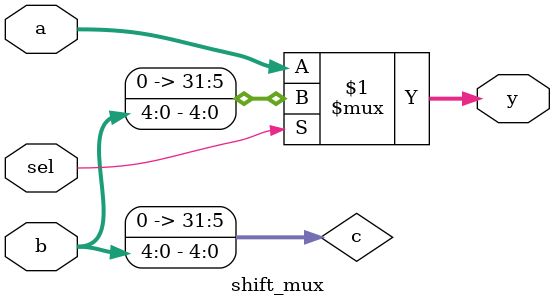
<source format=v>
`timescale 1ns / 1ps


module shift_mux(
        input wire sel,
        input wire [31:0] a,
        input wire [4:0] b,
        output wire [31:0] y
    );
    wire [31:0] c;
    assign c = {27'b0000_0000_0000_0000_0000_0000_000,b};
    assign y = (sel) ? c : a;
endmodule

</source>
